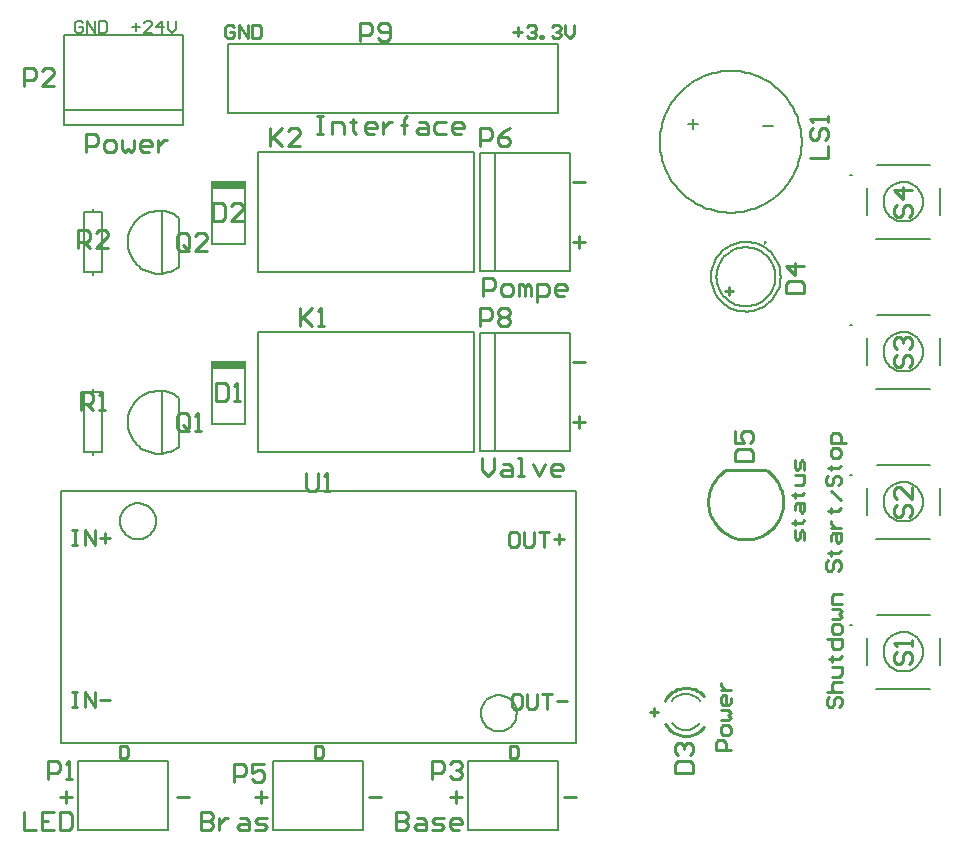
<source format=gto>
%FSTAX23Y23*%
%MOIN*%
%SFA1B1*%

%IPPOS*%
%ADD10C,0.006000*%
%ADD11C,0.010000*%
%ADD12C,0.000000*%
%ADD13C,0.005000*%
%ADD14C,0.007870*%
%ADD15C,0.008000*%
%ADD16C,0.009000*%
%ADD17R,0.110240X0.031500*%
%LNmergepcb-1*%
%LPD*%
G54D10*
X02473Y00475D02*
X02467Y00482D01*
X0246Y00488*
X02452Y00493*
X02443Y00497*
X02434Y00499*
X02425Y005*
X02415Y00499D01*
X02406Y00497*
X02398Y00493*
X0239Y00488*
X02383Y00483*
X02377Y00476*
X02425Y0038D02*
X02435Y0038D01*
X02446Y00383*
X02456Y00388*
X02464Y00395*
X02472Y00403*
X02377D02*
X02385Y00395D01*
X02393Y00388*
X02403Y00383*
X02414Y0038*
X02425Y0038*
G54D11*
X02486Y00491D02*
X02479Y00498D01*
X02471Y00504*
X02463Y0051*
X02454Y00514*
X02444Y00517*
X02434Y00519*
X02425Y0052*
X02415Y00519D01*
X02405Y00517*
X02396Y00514*
X02387Y0051*
X02379Y00505*
X02372Y005*
X02365Y00493*
X02359Y00485*
X02354Y00477*
X02425Y0036D02*
X02434Y0036D01*
X02444Y00362*
X02454Y00365*
X02463Y00369*
X02471Y00375*
X02479Y00381*
X02486Y00388*
X02355Y004D02*
X02361Y00391D01*
X02368Y00383*
X02376Y00376*
X02385Y0037*
X02394Y00366*
X02404Y00362*
X02414Y0036*
X02425Y0036*
X0256Y01247D02*
X02552Y01241D01*
X02544Y01235*
X02537Y01228*
X0253Y01221*
X02524Y01213*
X02518Y01205*
X02513Y01196*
X02509Y01187*
X02505Y01178*
X02503Y01168*
X02501Y01158*
X025Y01148*
X025Y01138*
X025Y01128*
X02501Y01118*
X02503Y01109*
X02506Y01099*
X0251Y0109*
X02514Y01081*
X02519Y01072*
X02525Y01064*
X02531Y01056*
X02538Y01049*
X02546Y01042*
X02554Y01036*
X02562Y01031*
X02571Y01026*
X0258Y01023*
X0259Y01019*
X026Y01017*
X02609Y01015*
X02619Y01015*
X02629Y01015*
X02639Y01015*
X02649Y01017*
X02659Y01019*
X02668Y01022*
X02678Y01026*
X02687Y01031*
X02695Y01036*
X02703Y01042*
X02711Y01049*
X02718Y01056*
X02724Y01064*
X0273Y01072*
X02735Y0108*
X02739Y01089*
X02743Y01099*
X02746Y01108*
X02748Y01118*
X02749Y01128*
X02749Y01138*
X02749Y01148*
X02748Y01158*
X02746Y01168*
X02744Y01177*
X0274Y01187*
X02736Y01196*
X02731Y01205*
X02726Y01213*
X02719Y01221*
X02713Y01228*
X02705Y01235*
X02697Y01241*
X02689Y01247*
X0256Y01247D02*
X02689D01*
X02305Y00438D02*
X02331D01*
X02318Y00451D02*
Y00425D01*
X02568Y01855D02*
Y01828D01*
X02581Y01841D02*
X02555D01*
X01859Y01039D02*
X01843D01*
X01835Y01031*
Y00998*
X01843Y0099*
X01859*
X01868Y00998*
Y01031*
X01859Y01039*
X01884D02*
Y00998D01*
X01893Y0099*
X01909*
X01918Y00998*
Y01039*
X01934D02*
X01968D01*
X01951*
Y0099*
X01984Y01014D02*
X02018D01*
X02001Y01031D02*
Y00998D01*
X01869Y00499D02*
X01853D01*
X01845Y00491*
Y00458*
X01853Y0045*
X01869*
X01878Y00458*
Y00491*
X01869Y00499*
X01894D02*
Y00458D01*
X01903Y0045*
X01919*
X01928Y00458*
Y00499*
X01944D02*
X01978D01*
X01961*
Y0045*
X01994Y00474D02*
X02028D01*
X0038Y00504D02*
X00396D01*
X00388*
Y00455*
X0038*
X00396*
X00421D02*
Y00504D01*
X00454Y00455*
Y00504*
X00471Y00479D02*
X00504D01*
X0038Y01044D02*
X00396D01*
X00388*
Y00995*
X0038*
X00396*
X00421D02*
Y01044D01*
X00454Y00995*
Y01044*
X00471Y01019D02*
X00504D01*
X00488Y01036D02*
Y01003D01*
X00919Y02722D02*
X00912Y02729D01*
X00897*
X0089Y02722*
Y02692*
X00897Y02685*
X00912*
X00919Y02692*
Y02707*
X00905*
X00934Y02685D02*
Y02729D01*
X00964Y02685*
Y02729*
X00979D02*
Y02685D01*
X01002*
X01009Y02692*
Y02722*
X01002Y02729*
X00979*
X0185Y02707D02*
X01879D01*
X01865Y02722D02*
Y02692D01*
X01894Y02722D02*
X01902Y02729D01*
X01917*
X01924Y02722*
Y02714*
X01917Y02707*
X01909*
X01917*
X01924Y027*
Y02692*
X01917Y02685*
X01902*
X01894Y02692*
X01939Y02685D02*
Y02692D01*
X01947*
Y02685*
X01939*
X01977Y02722D02*
X01984Y02729D01*
X01999*
X02007Y02722*
Y02714*
X01999Y02707*
X01992*
X01999*
X02007Y027*
Y02692*
X01999Y02685*
X01984*
X01977Y02692*
X02022Y02729D02*
Y027D01*
X02037Y02685*
X02052Y027*
Y02729*
X0205Y02004D02*
X02089D01*
X02069Y02024D02*
Y01985D01*
X0205Y02205D02*
X02089D01*
X0205Y01605D02*
X02089D01*
X0205Y01404D02*
X02089D01*
X02069Y01424D02*
Y01385D01*
X0034Y00154D02*
X00379D01*
X00359Y00174D02*
Y00135D01*
X0099Y00154D02*
X01029D01*
X01009Y00174D02*
Y00135D01*
X0164Y00154D02*
X01679D01*
X01659Y00174D02*
Y00135D01*
X0202Y00155D02*
X02059D01*
X0137D02*
X01409D01*
X0073D02*
X00769D01*
X0054Y00324D02*
Y00285D01*
X00559*
X00566Y00291*
Y00318*
X00559Y00324*
X0054*
X0119D02*
Y00285D01*
X01209*
X01216Y00291*
Y00318*
X01209Y00324*
X0119*
X0184D02*
Y00285D01*
X01859*
X01866Y00291*
Y00318*
X01859Y00324*
X0184*
X0239Y00235D02*
X02449D01*
Y00265*
X02439Y00275*
X024*
X0239Y00265*
Y00235*
X024Y00295D02*
X0239Y00304D01*
Y00324*
X024Y00334*
X0241*
X0242Y00324*
Y00314*
Y00324*
X0243Y00334*
X02439*
X02449Y00324*
Y00304*
X02439Y00295*
X0276Y01835D02*
X02819D01*
Y01865*
X02809Y01875*
X0277*
X0276Y01865*
Y01835*
X02819Y01924D02*
X0276D01*
X0279Y01895*
Y01934*
X0259Y01275D02*
X02649D01*
Y01305*
X02639Y01315*
X026*
X0259Y01305*
Y01275*
Y01374D02*
Y01335D01*
X0262*
X0261Y01354*
Y01364*
X0262Y01374*
X02639*
X02649Y01364*
Y01344*
X02639Y01335*
X0284Y02285D02*
X02899D01*
Y02325*
X0285Y02384D02*
X0284Y02374D01*
Y02355*
X0285Y02345*
X0286*
X0287Y02355*
Y02374*
X0288Y02384*
X02889*
X02899Y02374*
Y02355*
X02889Y02345*
X02899Y02404D02*
Y02424D01*
Y02414*
X0284*
X0285Y02404*
X0313Y0064D02*
X0312Y0063D01*
Y0061*
X0313Y006*
X0314*
X0315Y0061*
Y0063*
X0316Y0064*
X03169*
X03179Y0063*
Y0061*
X03169Y006*
X03179Y00659D02*
Y00679D01*
Y00669*
X0312*
X0313Y00659*
Y0113D02*
X0312Y0112D01*
Y011*
X0313Y0109*
X0314*
X0315Y011*
Y0112*
X0316Y0113*
X03169*
X03179Y0112*
Y011*
X03169Y0109*
X03179Y01189D02*
Y0115D01*
X0314Y01189*
X0313*
X0312Y01179*
Y01159*
X0313Y0115*
Y0213D02*
X0312Y0212D01*
Y021*
X0313Y0209*
X0314*
X0315Y021*
Y0212*
X0316Y0213*
X03169*
X03179Y0212*
Y021*
X03169Y0209*
X03179Y02179D02*
X0312D01*
X0315Y0215*
Y02189*
X0313Y0163D02*
X0312Y0162D01*
Y016*
X0313Y0159*
X0314*
X0315Y016*
Y0162*
X0316Y0163*
X03169*
X03179Y0162*
Y016*
X03169Y0159*
X0313Y0165D02*
X0312Y01659D01*
Y01679*
X0313Y01689*
X0314*
X0315Y01679*
Y01669*
Y01679*
X0316Y01689*
X03169*
X03179Y01679*
Y01659*
X03169Y0165*
X0086Y01534D02*
Y01475D01*
X0089*
X009Y01485*
Y01524*
X0089Y01534*
X0086*
X00919Y01475D02*
X00939D01*
X00929*
Y01534*
X00919Y01524*
X0085Y02134D02*
Y02075D01*
X0088*
X0089Y02085*
Y02124*
X0088Y02134*
X0085*
X00949Y02075D02*
X0091D01*
X00949Y02115*
Y02124*
X00939Y02134*
X00919*
X0091Y02124*
X0114Y01784D02*
Y01725D01*
Y01745*
X0118Y01784*
X0115Y01755*
X0118Y01725*
X01199D02*
X01219D01*
X01209*
Y01784*
X01199Y01774*
X0104Y02384D02*
Y02325D01*
Y02345*
X0108Y02384*
X0105Y02355*
X0108Y02325*
X01139D02*
X011D01*
X01139Y02365*
Y02374*
X01129Y02384*
X01109*
X011Y02374*
X0022Y02525D02*
Y02584D01*
X0025*
X0026Y02574*
Y02555*
X0025Y02545*
X0022*
X00319Y02525D02*
X0028D01*
X00319Y02565*
Y02574*
X00309Y02584*
X00289*
X0028Y02574*
X00425Y02305D02*
Y02364D01*
X00455*
X00465Y02354*
Y02335*
X00455Y02325*
X00425*
X00495Y02305D02*
X00515D01*
X00525Y02315*
Y02335*
X00515Y02345*
X00495*
X00485Y02335*
Y02315*
X00495Y02305*
X00545Y02345D02*
Y02315D01*
X00555Y02305*
X00565Y02315*
X00574Y02305*
X00584Y02315*
Y02345*
X00634Y02305D02*
X00614D01*
X00604Y02315*
Y02335*
X00614Y02345*
X00634*
X00644Y02335*
Y02325*
X00604*
X00664Y02345D02*
Y02305D01*
Y02325*
X00674Y02335*
X00684Y02345*
X00694*
X0158Y00215D02*
Y00274D01*
X0161*
X0162Y00264*
Y00245*
X0161Y00235*
X0158*
X0164Y00264D02*
X01649Y00274D01*
X01669*
X01679Y00264*
Y00255*
X01669Y00245*
X01659*
X01669*
X01679Y00235*
Y00225*
X01669Y00215*
X01649*
X0164Y00225*
X0146Y00104D02*
Y00045D01*
X0149*
X015Y00055*
Y00065*
X0149Y00075*
X0146*
X0149*
X015Y00085*
Y00094*
X0149Y00104*
X0146*
X0153Y00085D02*
X0155D01*
X0156Y00075*
Y00045*
X0153*
X0152Y00055*
X0153Y00065*
X0156*
X0158Y00045D02*
X01609D01*
X01619Y00055*
X01609Y00065*
X01589*
X0158Y00075*
X01589Y00085*
X01619*
X01669Y00045D02*
X01649D01*
X01639Y00055*
Y00075*
X01649Y00085*
X01669*
X01679Y00075*
Y00065*
X01639*
X0092Y00205D02*
Y00264D01*
X0095*
X0096Y00254*
Y00235*
X0095Y00225*
X0092*
X01019Y00264D02*
X0098D01*
Y00235*
X00999Y00245*
X01009*
X01019Y00235*
Y00215*
X01009Y00205*
X00989*
X0098Y00215*
X0081Y00104D02*
Y00045D01*
X0084*
X0085Y00055*
Y00065*
X0084Y00075*
X0081*
X0084*
X0085Y00085*
Y00094*
X0084Y00104*
X0081*
X0087Y00085D02*
Y00045D01*
Y00065*
X0088Y00075*
X0089Y00085*
X009*
X00939D02*
X00959D01*
X00969Y00075*
Y00045*
X00939*
X0093Y00055*
X00939Y00065*
X00969*
X00989Y00045D02*
X01019D01*
X01029Y00055*
X01019Y00065*
X00999*
X00989Y00075*
X00999Y00085*
X01029*
X0174Y02325D02*
Y02384D01*
X0177*
X0178Y02374*
Y02355*
X0177Y02345*
X0174*
X01839Y02384D02*
X01819Y02374D01*
X018Y02355*
Y02335*
X01809Y02325*
X01829*
X01839Y02335*
Y02345*
X01829Y02355*
X018*
X0175Y01825D02*
Y01884D01*
X0178*
X0179Y01874*
Y01855*
X0178Y01845*
X0175*
X0182Y01825D02*
X0184D01*
X0185Y01835*
Y01855*
X0184Y01864*
X0182*
X0181Y01855*
Y01835*
X0182Y01825*
X0187D02*
Y01864D01*
X0188*
X0189Y01855*
Y01825*
Y01855*
X019Y01864*
X01909Y01855*
Y01825*
X01929Y01805D02*
Y01864D01*
X01959*
X01969Y01855*
Y01835*
X01959Y01825*
X01929*
X02019D02*
X01999D01*
X01989Y01835*
Y01855*
X01999Y01864*
X02019*
X02029Y01855*
Y01845*
X01989*
X0174Y01725D02*
Y01784D01*
X0177*
X0178Y01774*
Y01755*
X0177Y01745*
X0174*
X018Y01774D02*
X01809Y01784D01*
X01829*
X01839Y01774*
Y01765*
X01829Y01755*
X01839Y01745*
Y01735*
X01829Y01725*
X01809*
X018Y01735*
Y01745*
X01809Y01755*
X018Y01765*
Y01774*
X01809Y01755D02*
X01829D01*
X01745Y01284D02*
Y01245D01*
X01765Y01225*
X01785Y01245*
Y01284*
X01815Y01265D02*
X01835D01*
X01845Y01255*
Y01225*
X01815*
X01805Y01235*
X01815Y01245*
X01845*
X01865Y01225D02*
X01885D01*
X01875*
Y01284*
X01865*
X01914Y01265D02*
X01934Y01225D01*
X01954Y01265*
X02004Y01225D02*
X01984D01*
X01974Y01235*
Y01255*
X01984Y01265*
X02004*
X02014Y01255*
Y01245*
X01974*
X0134Y02675D02*
Y02734D01*
X0137*
X0138Y02724*
Y02705*
X0137Y02695*
X0134*
X014Y02685D02*
X01409Y02675D01*
X01429*
X01439Y02685*
Y02724*
X01429Y02734*
X01409*
X014Y02724*
Y02715*
X01409Y02705*
X01439*
X01195Y02424D02*
X01215D01*
X01205*
Y02365*
X01195*
X01215*
X01245D02*
Y02405D01*
X01275*
X01285Y02395*
Y02365*
X01315Y02414D02*
Y02405D01*
X01305*
X01325*
X01315*
Y02375*
X01325Y02365*
X01385D02*
X01365D01*
X01355Y02375*
Y02395*
X01365Y02405*
X01385*
X01395Y02395*
Y02385*
X01355*
X01415Y02405D02*
Y02365D01*
Y02385*
X01425Y02395*
X01435Y02405*
X01445*
X01484Y02365D02*
Y02414D01*
Y02395*
X01474*
X01494*
X01484*
Y02414*
X01494Y02424*
X01534Y02405D02*
X01554D01*
X01564Y02395*
Y02365*
X01534*
X01524Y02375*
X01534Y02385*
X01564*
X01624Y02405D02*
X01594D01*
X01584Y02395*
Y02375*
X01594Y02365*
X01624*
X01674D02*
X01654D01*
X01644Y02375*
Y02395*
X01654Y02405*
X01674*
X01684Y02395*
Y02385*
X01644*
X0077Y01385D02*
Y01424D01*
X0076Y01434*
X0074*
X0073Y01424*
Y01385*
X0074Y01375*
X0076*
X0075Y01395D02*
X0077Y01375D01*
X0076D02*
X0077Y01385D01*
X00789Y01375D02*
X00809D01*
X00799*
Y01434*
X00789Y01424*
X0077Y01985D02*
Y02024D01*
X0076Y02034*
X0074*
X0073Y02024*
Y01985*
X0074Y01975*
X0076*
X0075Y01995D02*
X0077Y01975D01*
X0076D02*
X0077Y01985D01*
X00829Y01975D02*
X0079D01*
X00829Y02015*
Y02024*
X00819Y02034*
X00799*
X0079Y02024*
X0041Y01445D02*
Y01504D01*
X0044*
X0045Y01494*
Y01475*
X0044Y01465*
X0041*
X0043D02*
X0045Y01445D01*
X00469D02*
X00489D01*
X00479*
Y01504*
X00469Y01494*
X004Y01985D02*
Y02044D01*
X0043*
X0044Y02034*
Y02015*
X0043Y02005*
X004*
X0042D02*
X0044Y01985D01*
X00499D02*
X0046D01*
X00499Y02025*
Y02034*
X00489Y02044*
X00469*
X0046Y02034*
X0116Y01234D02*
Y01185D01*
X0117Y01175*
X0119*
X012Y01185*
Y01234*
X01219Y01175D02*
X01239D01*
X01229*
Y01234*
X01219Y01224*
X003Y00215D02*
Y00274D01*
X0033*
X0034Y00264*
Y00245*
X0033Y00235*
X003*
X00359Y00215D02*
X00379D01*
X00369*
Y00274*
X00359Y00264*
X0022Y00104D02*
Y00045D01*
X0026*
X00319Y00104D02*
X0028D01*
Y00045*
X00319*
X0028Y00075D02*
X003D01*
X00339Y00104D02*
Y00045D01*
X00369*
X00379Y00055*
Y00094*
X00369Y00104*
X00339*
G54D12*
X02692Y02004D02*
X02685Y02008D01*
Y01999*
X02692Y02004*
G54D13*
X02723Y0189D02*
X02722Y01899D01*
X02721Y01909*
X02718Y01919*
X02715Y01928*
X02711Y01937*
X02705Y01946*
X02699Y01954*
X02692Y01961*
X02685Y01967*
X02677Y01973*
X02668Y01978*
X02659Y01982*
X02649Y01985*
X02639Y01987*
X02629Y01988*
X0262*
X0261Y01987*
X026Y01985*
X0259Y01982*
X02581Y01978*
X02572Y01973*
X02564Y01967*
X02557Y01961*
X0255Y01954*
X02544Y01946*
X02538Y01937*
X02534Y01928*
X02531Y01919*
X02528Y01909*
X02527Y01899*
X02526Y0189*
X02527Y0188*
X02528Y0187*
X02531Y0186*
X02534Y01851*
X02538Y01842*
X02544Y01833*
X0255Y01825*
X02557Y01818*
X02564Y01812*
X02572Y01806*
X02581Y01801*
X0259Y01797*
X026Y01794*
X0261Y01792*
X0262Y01791*
X02629*
X02639Y01792*
X02649Y01794*
X02659Y01797*
X02668Y01801*
X02677Y01806*
X02685Y01812*
X02692Y01818*
X02699Y01825*
X02705Y01833*
X02711Y01842*
X02715Y01851*
X02718Y0186*
X02721Y0187*
X02722Y0188*
X02723Y0189*
X02741D02*
X0274Y01899D01*
X02739Y01909*
X02737Y01919*
X02734Y01929*
X0273Y01938*
X02726Y01947*
X0272Y01955*
X02714Y01963*
X02708Y01971*
X027Y01978*
X02692Y01984*
X02684Y01989*
X02675Y01994*
X02666Y01998*
X02657Y02001*
X02647Y02003*
X02637Y02005*
X02627Y02006*
X02617Y02005*
X02607Y02004*
X02597Y02002*
X02588Y02*
X02578Y01996*
X02569Y01992*
X02561Y01987*
X02553Y01981*
X02545Y01974*
X02538Y01967*
X02532Y01959*
X02526Y01951*
X02521Y01942*
X02517Y01933*
X02514Y01924*
X02511Y01914*
X02509Y01904*
X02508Y01895*
Y01885*
X02509Y01875*
X02511Y01865*
X02514Y01855*
X02517Y01846*
X02521Y01837*
X02526Y01828*
X02532Y0182*
X02538Y01812*
X02545Y01805*
X02553Y01798*
X02561Y01792*
X02569Y01787*
X02578Y01783*
X02588Y01779*
X02597Y01777*
X02607Y01775*
X02617Y01774*
X02627Y01773*
X02637Y01774*
X02647Y01776*
X02657Y01778*
X02666Y01781*
X02675Y01785*
X02684Y0179*
X02692Y01795*
X027Y01801*
X02708Y01808*
X02714Y01816*
X0272Y01824*
X02726Y01832*
X0273Y01841*
X02734Y0185*
X02737Y0186*
X02739Y0187*
X0274Y0188*
X02741Y0189*
X03215Y0064D02*
X03215Y0065D01*
X03212Y00659*
X03209Y00669*
X03203Y00677*
X03197Y00685*
X03189Y00692*
X03181Y00697*
X03172Y00702*
X03162Y00704*
X03152Y00705*
X03142Y00705*
X03132Y00703*
X03123Y007*
X03114Y00695*
X03106Y00689*
X03099Y00681*
X03093Y00673*
X03088Y00664*
X03085Y00655*
X03084Y00645*
Y00634*
X03085Y00624*
X03088Y00615*
X03093Y00606*
X03099Y00598*
X03106Y0059*
X03114Y00584*
X03123Y00579*
X03132Y00576*
X03142Y00574*
X03152Y00574*
X03162Y00575*
X03172Y00577*
X03181Y00582*
X03189Y00587*
X03197Y00594*
X03203Y00602*
X03209Y0061*
X03212Y0062*
X03215Y00629*
X03215Y0064*
Y0114D02*
X03215Y0115D01*
X03212Y01159*
X03209Y01169*
X03203Y01177*
X03197Y01185*
X03189Y01192*
X03181Y01197*
X03172Y01202*
X03162Y01204*
X03152Y01205*
X03142Y01205*
X03132Y01203*
X03123Y012*
X03114Y01195*
X03106Y01189*
X03099Y01181*
X03093Y01173*
X03088Y01164*
X03085Y01155*
X03084Y01145*
Y01134*
X03085Y01124*
X03088Y01115*
X03093Y01106*
X03099Y01098*
X03106Y0109*
X03114Y01084*
X03123Y01079*
X03132Y01076*
X03142Y01074*
X03152Y01074*
X03162Y01075*
X03172Y01077*
X03181Y01082*
X03189Y01087*
X03197Y01094*
X03203Y01102*
X03209Y0111*
X03212Y0112*
X03215Y01129*
X03215Y0114*
Y0214D02*
X03215Y0215D01*
X03212Y02159*
X03209Y02169*
X03203Y02177*
X03197Y02185*
X03189Y02192*
X03181Y02197*
X03172Y02202*
X03162Y02204*
X03152Y02205*
X03142Y02205*
X03132Y02203*
X03123Y022*
X03114Y02195*
X03106Y02189*
X03099Y02181*
X03093Y02173*
X03088Y02164*
X03085Y02155*
X03084Y02145*
Y02134*
X03085Y02124*
X03088Y02115*
X03093Y02106*
X03099Y02098*
X03106Y0209*
X03114Y02084*
X03123Y02079*
X03132Y02076*
X03142Y02074*
X03152Y02074*
X03162Y02075*
X03172Y02077*
X03181Y02082*
X03189Y02087*
X03197Y02094*
X03203Y02102*
X03209Y0211*
X03212Y0212*
X03215Y02129*
X03215Y0214*
Y0164D02*
X03215Y0165D01*
X03212Y01659*
X03209Y01669*
X03203Y01677*
X03197Y01685*
X03189Y01692*
X03181Y01697*
X03172Y01702*
X03162Y01704*
X03152Y01705*
X03142Y01705*
X03132Y01703*
X03123Y017*
X03114Y01695*
X03106Y01689*
X03099Y01681*
X03093Y01673*
X03088Y01664*
X03085Y01655*
X03084Y01645*
Y01634*
X03085Y01624*
X03088Y01615*
X03093Y01606*
X03099Y01598*
X03106Y0159*
X03114Y01584*
X03123Y01579*
X03132Y01576*
X03142Y01574*
X03152Y01574*
X03162Y01575*
X03172Y01577*
X03181Y01582*
X03189Y01587*
X03197Y01594*
X03203Y01602*
X03209Y0161*
X03212Y0162*
X03215Y01629*
X03215Y0164*
X00678Y013D02*
X00688Y01301D01*
X00698Y01304*
X00708Y01307*
X00717Y01311*
X00726Y01316*
X00734Y01322*
X00569Y01374D02*
X00572Y01364D01*
X00577Y01355*
X00582Y01346*
X00588Y01338*
X00595Y0133*
X00602Y01324*
X0061Y01317*
X00619Y01312*
X00628Y01308*
X00638Y01304*
X00648Y01302*
X00658Y013*
X00668Y013*
X00678Y013*
X00734Y01487D02*
X00726Y01493D01*
X00717Y01498*
X00707Y01502*
X00698Y01506*
X00688Y01508*
X00678Y01509*
X00668Y01509*
X00657Y01509*
X00647Y01507*
X00638Y01505*
X00628Y01501*
X00619Y01497*
X0061Y01491*
X00602Y01485*
X00595Y01478*
X00588Y01471*
X00582Y01463*
X00577Y01454*
X00572Y01445*
X00569Y01435*
X00569D02*
X00566Y01425D01*
X00565Y01415*
X00564Y01405*
X00565Y01394*
X00566Y01384*
X00569Y01374*
X00678Y019D02*
X00688Y01901D01*
X00698Y01904*
X00708Y01907*
X00717Y01911*
X00726Y01916*
X00734Y01922*
X00569Y01974D02*
X00572Y01964D01*
X00577Y01955*
X00582Y01946*
X00588Y01938*
X00595Y0193*
X00602Y01924*
X0061Y01917*
X00619Y01912*
X00628Y01908*
X00638Y01904*
X00648Y01902*
X00658Y019*
X00668Y019*
X00678Y019*
X00734Y02087D02*
X00726Y02093D01*
X00717Y02098*
X00707Y02102*
X00698Y02106*
X00688Y02108*
X00678Y02109*
X00668Y02109*
X00657Y02109*
X00647Y02107*
X00638Y02105*
X00628Y02101*
X00619Y02097*
X0061Y02091*
X00602Y02085*
X00595Y02078*
X00588Y02071*
X00582Y02063*
X00577Y02054*
X00572Y02045*
X00569Y02035*
X00569D02*
X00566Y02025D01*
X00565Y02015*
X00564Y02005*
X00565Y01994*
X00566Y01984*
X00569Y01974*
X00658Y01075D02*
X00657Y01084D01*
X00655Y01094*
X00651Y01103*
X00645Y01111*
X00639Y01119*
X00631Y01125*
X00622Y01129*
X00613Y01133*
X00603Y01134*
X00593*
X00583Y01133*
X00574Y01129*
X00565Y01125*
X00557Y01119*
X00551Y01111*
X00545Y01103*
X00541Y01094*
X00539Y01084*
X00538Y01075*
X00539Y01065*
X00541Y01055*
X00545Y01046*
X00551Y01038*
X00557Y0103*
X00565Y01024*
X00574Y0102*
X00583Y01016*
X00593Y01015*
X00603*
X00613Y01016*
X00622Y0102*
X00631Y01024*
X00639Y0103*
X00645Y01038*
X00651Y01046*
X00655Y01055*
X00657Y01065*
X00658Y01075*
X01861Y00435D02*
X0186Y00444D01*
X01858Y00454*
X01854Y00463*
X01848Y00471*
X01842Y00479*
X01834Y00485*
X01825Y00489*
X01816Y00493*
X01806Y00494*
X01796*
X01786Y00493*
X01777Y00489*
X01768Y00485*
X0176Y00479*
X01754Y00471*
X01748Y00463*
X01744Y00454*
X01742Y00444*
X01741Y00435*
X01742Y00425*
X01744Y00415*
X01748Y00406*
X01754Y00398*
X0176Y0039*
X01768Y00384*
X01777Y0038*
X01786Y00376*
X01796Y00375*
X01806*
X01816Y00376*
X01825Y0038*
X01834Y00384*
X01842Y0039*
X01848Y00398*
X01854Y00406*
X01858Y00415*
X0186Y00425*
X01861Y00435*
X03059Y00517D02*
X0324D01*
X03027Y00594D02*
Y00685D01*
X03272Y00594D02*
Y00685D01*
X03063Y00762D02*
X0324D01*
X03059Y01017D02*
X0324D01*
X03027Y01094D02*
Y01185D01*
X03272Y01094D02*
Y01185D01*
X03063Y01262D02*
X0324D01*
X03063Y02262D02*
X0324D01*
X03272Y02094D02*
Y02185D01*
X03027Y02094D02*
Y02185D01*
X03059Y02017D02*
X0324D01*
X03059Y01517D02*
X0324D01*
X03027Y01594D02*
Y01685D01*
X03272Y01594D02*
Y01685D01*
X03063Y01762D02*
X0324D01*
X01Y01305D02*
Y01705D01*
X01717*
Y01305D02*
Y01705D01*
X01Y01305D02*
X01717D01*
X01Y01905D02*
Y02305D01*
X01717*
Y01905D02*
Y02305D01*
X01Y01905D02*
X01717D01*
X00734Y01322D02*
Y01487D01*
X00679Y013D02*
Y01509D01*
X00734Y01922D02*
Y02087D01*
X00679Y019D02*
Y02109D01*
G54D14*
X02811Y0234D02*
X02811Y0235D01*
X0281Y0236*
X02809Y0237*
X02807Y02379*
X02805Y02389*
X02803Y02399*
X028Y02409*
X02797Y02418*
X02794Y02428*
X0279Y02437*
X02785Y02446*
X02781Y02455*
X02776Y02463*
X0277Y02472*
X02764Y0248*
X02758Y02488*
X02752Y02496*
X02745Y02503*
X02738Y0251*
X02731Y02517*
X02723Y02523*
X02715Y02529*
X02707Y02535*
X02698Y02541*
X0269Y02546*
X02681Y0255*
X02672Y02555*
X02663Y02559*
X02653Y02562*
X02644Y02565*
X02634Y02568*
X02624Y0257*
X02614Y02572*
X02605Y02574*
X02595Y02575*
X02585Y02576*
X02575Y02576*
X02564Y02576*
X02554Y02575*
X02545Y02574*
X02535Y02572*
X02525Y0257*
X02515Y02568*
X02505Y02565*
X02496Y02562*
X02486Y02559*
X02477Y02555*
X02468Y0255*
X02459Y02546*
X02451Y02541*
X02442Y02535*
X02434Y02529*
X02426Y02523*
X02418Y02517*
X02411Y0251*
X02404Y02503*
X02397Y02496*
X02391Y02488*
X02385Y0248*
X02379Y02472*
X02373Y02463*
X02368Y02455*
X02364Y02446*
X02359Y02437*
X02355Y02428*
X02352Y02418*
X02349Y02409*
X02346Y02399*
X02344Y02389*
X02342Y02379*
X0234Y0237*
X02339Y0236*
X02338Y0235*
X02338Y0234*
X02338Y02329*
X02339Y02319*
X0234Y02309*
X02342Y023*
X02344Y0229*
X02346Y0228*
X02349Y0227*
X02352Y02261*
X02355Y02251*
X02359Y02242*
X02364Y02233*
X02368Y02224*
X02373Y02216*
X02379Y02207*
X02385Y02199*
X02391Y02191*
X02397Y02183*
X02404Y02176*
X02411Y02169*
X02418Y02162*
X02426Y02156*
X02434Y0215*
X02442Y02144*
X02451Y02138*
X02459Y02133*
X02468Y02129*
X02477Y02124*
X02486Y0212*
X02496Y02117*
X02505Y02114*
X02515Y02111*
X02525Y02109*
X02535Y02107*
X02545Y02105*
X02554Y02104*
X02564Y02103*
X02575Y02103*
X02585Y02103*
X02595Y02104*
X02605Y02105*
X02614Y02107*
X02624Y02109*
X02634Y02111*
X02644Y02114*
X02653Y02117*
X02663Y0212*
X02672Y02124*
X02681Y02129*
X0269Y02133*
X02698Y02138*
X02707Y02144*
X02715Y0215*
X02723Y02156*
X02731Y02162*
X02738Y02169*
X02745Y02176*
X02752Y02183*
X02758Y02191*
X02764Y02199*
X0277Y02207*
X02776Y02216*
X02781Y02224*
X02785Y02233*
X0279Y02242*
X02794Y02251*
X02797Y02261*
X028Y0227*
X02803Y0228*
X02805Y0229*
X02807Y023*
X02809Y0231*
X0281Y02319*
X02811Y02329*
X02811Y0234*
X02978Y00728D02*
X02971D01*
X02978*
Y01228D02*
X02971D01*
X02978*
Y02228D02*
X02971D01*
X02978*
Y01728D02*
X02971D01*
X02978*
X00955Y014D02*
Y01609D01*
X00844Y014D02*
Y01609D01*
Y014D02*
X00955D01*
Y02D02*
Y02209D01*
X00844Y02D02*
Y02209D01*
Y02D02*
X00955D01*
X00747Y02395D02*
Y02695D01*
X00353D02*
X00747D01*
X00353Y02395D02*
X00747D01*
X00352D02*
Y02695D01*
X00355Y02445D02*
X00745D01*
X017Y00275D02*
X02D01*
Y00045D02*
Y00275D01*
X017Y00045D02*
Y00275D01*
Y00045D02*
X02D01*
X0105Y00275D02*
X0135D01*
Y00045D02*
Y00275D01*
X0105Y00045D02*
Y00275D01*
Y00045D02*
X0135D01*
X0174Y01908D02*
X0204D01*
Y02302*
X0174Y01908D02*
Y02301D01*
Y02303D02*
X0204D01*
X0179Y0191D02*
Y023D01*
X0174Y01308D02*
X0204D01*
Y01702*
X0174Y01308D02*
Y01701D01*
Y01703D02*
X0204D01*
X0179Y0131D02*
Y017D01*
X009Y02665D02*
X02D01*
Y02435D02*
Y02665D01*
X009Y02435D02*
Y02665D01*
Y02435D02*
X02D01*
X0045Y01305D02*
X0048D01*
Y01505*
X0042D02*
X0048D01*
X0042Y01305D02*
Y01505D01*
Y01305D02*
X0045D01*
Y01505D02*
Y01514D01*
Y01296D02*
Y01305D01*
Y01905D02*
X0048D01*
Y02105*
X0042D02*
X0048D01*
X0042Y01905D02*
Y02105D01*
Y01905D02*
X0045D01*
Y02105D02*
Y02114D01*
Y01896D02*
Y01905D01*
X00342Y00335D02*
Y01175D01*
X02057Y00335D02*
Y01175D01*
X00342D02*
X02057D01*
X00342Y00335D02*
X02057D01*
X004Y00045D02*
X007D01*
X004D02*
Y00275D01*
X007Y00045D02*
Y00275D01*
X004D02*
X007D01*
G54D15*
X02433Y02399D02*
X02466D01*
X02449Y02416D02*
Y02383D01*
X02683Y02393D02*
X02716D01*
X00578Y02722D02*
X00604D01*
X00591Y02736D02*
Y02709D01*
X00644Y02703D02*
X00617D01*
X00644Y02729*
Y02736*
X00637Y02742*
X00624*
X00617Y02736*
X00677Y02703D02*
Y02742D01*
X00657Y02722*
X00684*
X00697Y02742D02*
Y02716D01*
X00711Y02703*
X00724Y02716*
Y02742*
X00414Y02736D02*
X00407Y02742D01*
X00394*
X00388Y02736*
Y02709*
X00394Y02703*
X00407*
X00414Y02709*
Y02722*
X00401*
X00427Y02703D02*
Y02742D01*
X00454Y02703*
Y02742*
X00467D02*
Y02703D01*
X00487*
X00494Y02709*
Y02736*
X00487Y02742*
X00467*
G54D16*
X02574Y00312D02*
X02525D01*
Y00337*
X02533Y00345*
X0255*
X02558Y00337*
Y00312*
X02574Y0037D02*
Y00387D01*
X02566Y00395*
X0255*
X02541Y00387*
Y0037*
X0255Y00362*
X02566*
X02574Y0037*
X02541Y00412D02*
X02566D01*
X02574Y0042*
X02566Y00429*
X02574Y00437*
X02566Y00445*
X02541*
X02574Y00487D02*
Y0047D01*
X02566Y00462*
X0255*
X02541Y0047*
Y00487*
X0255Y00495*
X02558*
Y00462*
X02541Y00512D02*
X02574D01*
X02558*
X0255Y0052*
X02541Y00529*
Y00537*
X0282Y01011D02*
Y01036D01*
X02812Y01045*
X02804Y01036*
Y0102*
X02795Y01011*
X02787Y0102*
Y01045*
X02779Y0107D02*
X02787D01*
Y01061*
Y01078*
Y0107*
X02812*
X0282Y01078*
X02787Y01111D02*
Y01128D01*
X02795Y01136*
X0282*
Y01111*
X02812Y01103*
X02804Y01111*
Y01136*
X02779Y01161D02*
X02787D01*
Y01153*
Y01169*
Y01161*
X02812*
X0282Y01169*
X02787Y01194D02*
X02812D01*
X0282Y01203*
Y01228*
X02787*
X0282Y01244D02*
Y01269D01*
X02812Y01278*
X02804Y01269*
Y01253*
X02795Y01244*
X02787Y01253*
Y01278*
X02903Y0049D02*
X02895Y00482D01*
Y00465*
X02903Y00457*
X02911*
X0292Y00465*
Y00482*
X02928Y0049*
X02936*
X02944Y00482*
Y00465*
X02936Y00457*
X02895Y00507D02*
X02944D01*
X0292*
X02911Y00515*
Y00532*
X0292Y0054*
X02944*
X02911Y00557D02*
X02936D01*
X02944Y00565*
Y0059*
X02911*
X02903Y00615D02*
X02911D01*
Y00607*
Y00624*
Y00615*
X02936*
X02944Y00624*
X02895Y00682D02*
X02944D01*
Y00657*
X02936Y00649*
X0292*
X02911Y00657*
Y00682*
X02944Y00707D02*
Y00724D01*
X02936Y00732*
X0292*
X02911Y00724*
Y00707*
X0292Y00699*
X02936*
X02944Y00707*
X02911Y00749D02*
X02936D01*
X02944Y00757*
X02936Y00765*
X02944Y00774*
X02936Y00782*
X02911*
X02944Y00799D02*
X02911D01*
Y00824*
X0292Y00832*
X02944*
X029Y00944D02*
X02891Y00935D01*
Y00919*
X029Y0091*
X02908*
X02916Y00919*
Y00935*
X02925Y00944*
X02933*
X02941Y00935*
Y00919*
X02933Y0091*
X029Y00969D02*
X02908D01*
Y0096*
Y00977*
Y00969*
X02933*
X02941Y00977*
X02908Y0101D02*
Y01027D01*
X02916Y01035*
X02941*
Y0101*
X02933Y01002*
X02925Y0101*
Y01035*
X02908Y01052D02*
X02941D01*
X02925*
X02916Y0106*
X02908Y01069*
Y01077*
X029Y0111D02*
X02908D01*
Y01102*
Y01119*
Y0111*
X02933*
X02941Y01119*
Y01144D02*
X02908Y01177D01*
X029Y01227D02*
X02891Y01219D01*
Y01202*
X029Y01194*
X02908*
X02916Y01202*
Y01219*
X02925Y01227*
X02933*
X02941Y01219*
Y01202*
X02933Y01194*
X029Y01252D02*
X02908D01*
Y01244*
Y0126*
Y01252*
X02933*
X02941Y0126*
Y01294D02*
Y0131D01*
X02933Y01319*
X02916*
X02908Y0131*
Y01294*
X02916Y01285*
X02933*
X02941Y01294*
X02958Y01335D02*
X02908D01*
Y0136*
X02916Y01369*
X02933*
X02941Y0136*
Y01335*
G54D17*
X009Y01597D03*
X009Y02197D03*
M02*
</source>
